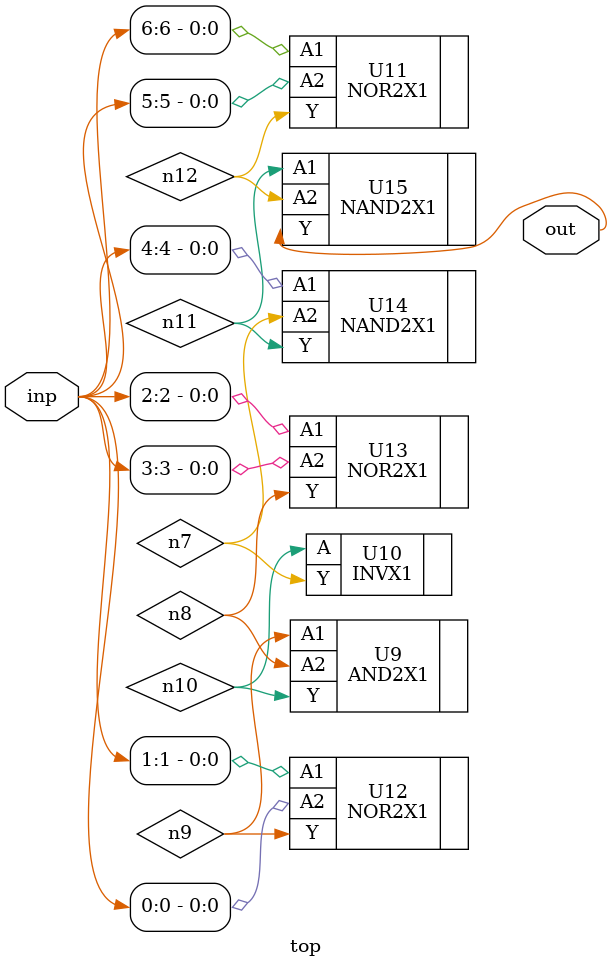
<source format=sv>


module top ( inp, out );
  input [6:0] inp;
  output out;
  wire   n7, n8, n9, n10, n11, n12;

  AND2X1 U9 ( .A1(n9), .A2(n8), .Y(n10) );
  INVX1 U10 ( .A(n10), .Y(n7) );
  NOR2X1 U11 ( .A1(inp[6]), .A2(inp[5]), .Y(n12) );
  NOR2X1 U12 ( .A1(inp[1]), .A2(inp[0]), .Y(n9) );
  NOR2X1 U13 ( .A1(inp[2]), .A2(inp[3]), .Y(n8) );
  NAND2X1 U14 ( .A1(inp[4]), .A2(n7), .Y(n11) );
  NAND2X1 U15 ( .A1(n11), .A2(n12), .Y(out) );
endmodule


</source>
